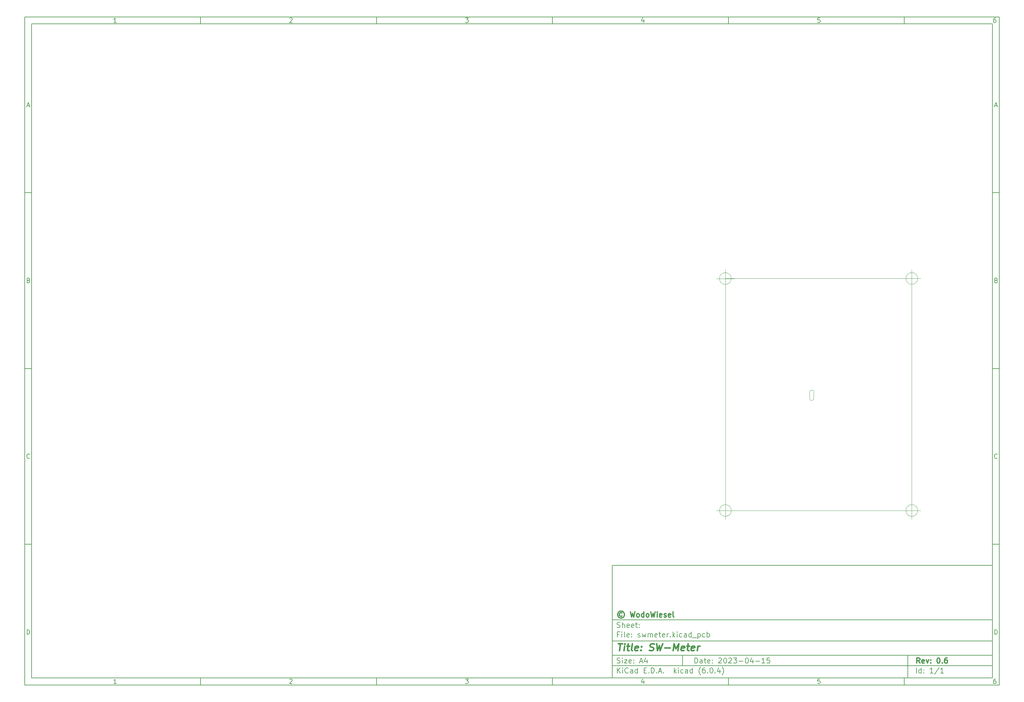
<source format=gbr>
%TF.GenerationSoftware,KiCad,Pcbnew,(6.0.4)*%
%TF.CreationDate,2023-10-13T17:31:40+02:00*%
%TF.ProjectId,swmeter,73776d65-7465-4722-9e6b-696361645f70,0.6*%
%TF.SameCoordinates,PXc773920PY8f69de0*%
%TF.FileFunction,Paste,Bot*%
%TF.FilePolarity,Positive*%
%FSLAX46Y46*%
G04 Gerber Fmt 4.6, Leading zero omitted, Abs format (unit mm)*
G04 Created by KiCad (PCBNEW (6.0.4)) date 2023-10-13 17:31:40*
%MOMM*%
%LPD*%
G01*
G04 APERTURE LIST*
%ADD10C,0.100000*%
%ADD11C,0.150000*%
%ADD12C,0.300000*%
%ADD13C,0.400000*%
%TA.AperFunction,Profile*%
%ADD14C,0.100000*%
%TD*%
G04 APERTURE END LIST*
D10*
D11*
X-32137800Y-15627200D02*
X-32137800Y-47627200D01*
X75862200Y-47627200D01*
X75862200Y-15627200D01*
X-32137800Y-15627200D01*
D10*
D11*
X-199140000Y140380000D02*
X-199140000Y-49627200D01*
X77862200Y-49627200D01*
X77862200Y140380000D01*
X-199140000Y140380000D01*
D10*
D11*
X-197140000Y138380000D02*
X-197140000Y-47627200D01*
X75862200Y-47627200D01*
X75862200Y138380000D01*
X-197140000Y138380000D01*
D10*
D11*
X-149140000Y138380000D02*
X-149140000Y140380000D01*
D10*
D11*
X-99140000Y138380000D02*
X-99140000Y140380000D01*
D10*
D11*
X-49140000Y138380000D02*
X-49140000Y140380000D01*
D10*
D11*
X860000Y138380000D02*
X860000Y140380000D01*
D10*
D11*
X50860000Y138380000D02*
X50860000Y140380000D01*
D10*
D11*
X-173074524Y138791905D02*
X-173817381Y138791905D01*
X-173445953Y138791905D02*
X-173445953Y140091905D01*
X-173569762Y139906191D01*
X-173693572Y139782381D01*
X-173817381Y139720477D01*
D10*
D11*
X-123817381Y139968096D02*
X-123755477Y140030000D01*
X-123631667Y140091905D01*
X-123322143Y140091905D01*
X-123198334Y140030000D01*
X-123136429Y139968096D01*
X-123074524Y139844286D01*
X-123074524Y139720477D01*
X-123136429Y139534762D01*
X-123879286Y138791905D01*
X-123074524Y138791905D01*
D10*
D11*
X-73879286Y140091905D02*
X-73074524Y140091905D01*
X-73507858Y139596667D01*
X-73322143Y139596667D01*
X-73198334Y139534762D01*
X-73136429Y139472858D01*
X-73074524Y139349048D01*
X-73074524Y139039524D01*
X-73136429Y138915715D01*
X-73198334Y138853810D01*
X-73322143Y138791905D01*
X-73693572Y138791905D01*
X-73817381Y138853810D01*
X-73879286Y138915715D01*
D10*
D11*
X-23198334Y139658572D02*
X-23198334Y138791905D01*
X-23507858Y140153810D02*
X-23817381Y139225239D01*
X-23012620Y139225239D01*
D10*
D11*
X26863571Y140091905D02*
X26244523Y140091905D01*
X26182619Y139472858D01*
X26244523Y139534762D01*
X26368333Y139596667D01*
X26677857Y139596667D01*
X26801666Y139534762D01*
X26863571Y139472858D01*
X26925476Y139349048D01*
X26925476Y139039524D01*
X26863571Y138915715D01*
X26801666Y138853810D01*
X26677857Y138791905D01*
X26368333Y138791905D01*
X26244523Y138853810D01*
X26182619Y138915715D01*
D10*
D11*
X76801666Y140091905D02*
X76554047Y140091905D01*
X76430238Y140030000D01*
X76368333Y139968096D01*
X76244523Y139782381D01*
X76182619Y139534762D01*
X76182619Y139039524D01*
X76244523Y138915715D01*
X76306428Y138853810D01*
X76430238Y138791905D01*
X76677857Y138791905D01*
X76801666Y138853810D01*
X76863571Y138915715D01*
X76925476Y139039524D01*
X76925476Y139349048D01*
X76863571Y139472858D01*
X76801666Y139534762D01*
X76677857Y139596667D01*
X76430238Y139596667D01*
X76306428Y139534762D01*
X76244523Y139472858D01*
X76182619Y139349048D01*
D10*
D11*
X-149140000Y-47627200D02*
X-149140000Y-49627200D01*
D10*
D11*
X-99140000Y-47627200D02*
X-99140000Y-49627200D01*
D10*
D11*
X-49140000Y-47627200D02*
X-49140000Y-49627200D01*
D10*
D11*
X860000Y-47627200D02*
X860000Y-49627200D01*
D10*
D11*
X50860000Y-47627200D02*
X50860000Y-49627200D01*
D10*
D11*
X-173074524Y-49215295D02*
X-173817381Y-49215295D01*
X-173445953Y-49215295D02*
X-173445953Y-47915295D01*
X-173569762Y-48101009D01*
X-173693572Y-48224819D01*
X-173817381Y-48286723D01*
D10*
D11*
X-123817381Y-48039104D02*
X-123755477Y-47977200D01*
X-123631667Y-47915295D01*
X-123322143Y-47915295D01*
X-123198334Y-47977200D01*
X-123136429Y-48039104D01*
X-123074524Y-48162914D01*
X-123074524Y-48286723D01*
X-123136429Y-48472438D01*
X-123879286Y-49215295D01*
X-123074524Y-49215295D01*
D10*
D11*
X-73879286Y-47915295D02*
X-73074524Y-47915295D01*
X-73507858Y-48410533D01*
X-73322143Y-48410533D01*
X-73198334Y-48472438D01*
X-73136429Y-48534342D01*
X-73074524Y-48658152D01*
X-73074524Y-48967676D01*
X-73136429Y-49091485D01*
X-73198334Y-49153390D01*
X-73322143Y-49215295D01*
X-73693572Y-49215295D01*
X-73817381Y-49153390D01*
X-73879286Y-49091485D01*
D10*
D11*
X-23198334Y-48348628D02*
X-23198334Y-49215295D01*
X-23507858Y-47853390D02*
X-23817381Y-48781961D01*
X-23012620Y-48781961D01*
D10*
D11*
X26863571Y-47915295D02*
X26244523Y-47915295D01*
X26182619Y-48534342D01*
X26244523Y-48472438D01*
X26368333Y-48410533D01*
X26677857Y-48410533D01*
X26801666Y-48472438D01*
X26863571Y-48534342D01*
X26925476Y-48658152D01*
X26925476Y-48967676D01*
X26863571Y-49091485D01*
X26801666Y-49153390D01*
X26677857Y-49215295D01*
X26368333Y-49215295D01*
X26244523Y-49153390D01*
X26182619Y-49091485D01*
D10*
D11*
X76801666Y-47915295D02*
X76554047Y-47915295D01*
X76430238Y-47977200D01*
X76368333Y-48039104D01*
X76244523Y-48224819D01*
X76182619Y-48472438D01*
X76182619Y-48967676D01*
X76244523Y-49091485D01*
X76306428Y-49153390D01*
X76430238Y-49215295D01*
X76677857Y-49215295D01*
X76801666Y-49153390D01*
X76863571Y-49091485D01*
X76925476Y-48967676D01*
X76925476Y-48658152D01*
X76863571Y-48534342D01*
X76801666Y-48472438D01*
X76677857Y-48410533D01*
X76430238Y-48410533D01*
X76306428Y-48472438D01*
X76244523Y-48534342D01*
X76182619Y-48658152D01*
D10*
D11*
X-199140000Y90380000D02*
X-197140000Y90380000D01*
D10*
D11*
X-199140000Y40380000D02*
X-197140000Y40380000D01*
D10*
D11*
X-199140000Y-9620000D02*
X-197140000Y-9620000D01*
D10*
D11*
X-198449524Y115163334D02*
X-197830477Y115163334D01*
X-198573334Y114791905D02*
X-198140000Y116091905D01*
X-197706667Y114791905D01*
D10*
D11*
X-198047143Y65472858D02*
X-197861429Y65410953D01*
X-197799524Y65349048D01*
X-197737620Y65225239D01*
X-197737620Y65039524D01*
X-197799524Y64915715D01*
X-197861429Y64853810D01*
X-197985239Y64791905D01*
X-198480477Y64791905D01*
X-198480477Y66091905D01*
X-198047143Y66091905D01*
X-197923334Y66030000D01*
X-197861429Y65968096D01*
X-197799524Y65844286D01*
X-197799524Y65720477D01*
X-197861429Y65596667D01*
X-197923334Y65534762D01*
X-198047143Y65472858D01*
X-198480477Y65472858D01*
D10*
D11*
X-197737620Y14915715D02*
X-197799524Y14853810D01*
X-197985239Y14791905D01*
X-198109048Y14791905D01*
X-198294762Y14853810D01*
X-198418572Y14977620D01*
X-198480477Y15101429D01*
X-198542381Y15349048D01*
X-198542381Y15534762D01*
X-198480477Y15782381D01*
X-198418572Y15906191D01*
X-198294762Y16030000D01*
X-198109048Y16091905D01*
X-197985239Y16091905D01*
X-197799524Y16030000D01*
X-197737620Y15968096D01*
D10*
D11*
X-198480477Y-35208095D02*
X-198480477Y-33908095D01*
X-198170953Y-33908095D01*
X-197985239Y-33970000D01*
X-197861429Y-34093809D01*
X-197799524Y-34217619D01*
X-197737620Y-34465238D01*
X-197737620Y-34650952D01*
X-197799524Y-34898571D01*
X-197861429Y-35022380D01*
X-197985239Y-35146190D01*
X-198170953Y-35208095D01*
X-198480477Y-35208095D01*
D10*
D11*
X77862200Y90380000D02*
X75862200Y90380000D01*
D10*
D11*
X77862200Y40380000D02*
X75862200Y40380000D01*
D10*
D11*
X77862200Y-9620000D02*
X75862200Y-9620000D01*
D10*
D11*
X76552676Y115163334D02*
X77171723Y115163334D01*
X76428866Y114791905D02*
X76862200Y116091905D01*
X77295533Y114791905D01*
D10*
D11*
X76955057Y65472858D02*
X77140771Y65410953D01*
X77202676Y65349048D01*
X77264580Y65225239D01*
X77264580Y65039524D01*
X77202676Y64915715D01*
X77140771Y64853810D01*
X77016961Y64791905D01*
X76521723Y64791905D01*
X76521723Y66091905D01*
X76955057Y66091905D01*
X77078866Y66030000D01*
X77140771Y65968096D01*
X77202676Y65844286D01*
X77202676Y65720477D01*
X77140771Y65596667D01*
X77078866Y65534762D01*
X76955057Y65472858D01*
X76521723Y65472858D01*
D10*
D11*
X77264580Y14915715D02*
X77202676Y14853810D01*
X77016961Y14791905D01*
X76893152Y14791905D01*
X76707438Y14853810D01*
X76583628Y14977620D01*
X76521723Y15101429D01*
X76459819Y15349048D01*
X76459819Y15534762D01*
X76521723Y15782381D01*
X76583628Y15906191D01*
X76707438Y16030000D01*
X76893152Y16091905D01*
X77016961Y16091905D01*
X77202676Y16030000D01*
X77264580Y15968096D01*
D10*
D11*
X76521723Y-35208095D02*
X76521723Y-33908095D01*
X76831247Y-33908095D01*
X77016961Y-33970000D01*
X77140771Y-34093809D01*
X77202676Y-34217619D01*
X77264580Y-34465238D01*
X77264580Y-34650952D01*
X77202676Y-34898571D01*
X77140771Y-35022380D01*
X77016961Y-35146190D01*
X76831247Y-35208095D01*
X76521723Y-35208095D01*
D10*
D11*
X-8705658Y-43405771D02*
X-8705658Y-41905771D01*
X-8348515Y-41905771D01*
X-8134229Y-41977200D01*
X-7991372Y-42120057D01*
X-7919943Y-42262914D01*
X-7848515Y-42548628D01*
X-7848515Y-42762914D01*
X-7919943Y-43048628D01*
X-7991372Y-43191485D01*
X-8134229Y-43334342D01*
X-8348515Y-43405771D01*
X-8705658Y-43405771D01*
X-6562800Y-43405771D02*
X-6562800Y-42620057D01*
X-6634229Y-42477200D01*
X-6777086Y-42405771D01*
X-7062800Y-42405771D01*
X-7205658Y-42477200D01*
X-6562800Y-43334342D02*
X-6705658Y-43405771D01*
X-7062800Y-43405771D01*
X-7205658Y-43334342D01*
X-7277086Y-43191485D01*
X-7277086Y-43048628D01*
X-7205658Y-42905771D01*
X-7062800Y-42834342D01*
X-6705658Y-42834342D01*
X-6562800Y-42762914D01*
X-6062800Y-42405771D02*
X-5491372Y-42405771D01*
X-5848515Y-41905771D02*
X-5848515Y-43191485D01*
X-5777086Y-43334342D01*
X-5634229Y-43405771D01*
X-5491372Y-43405771D01*
X-4419943Y-43334342D02*
X-4562800Y-43405771D01*
X-4848515Y-43405771D01*
X-4991372Y-43334342D01*
X-5062800Y-43191485D01*
X-5062800Y-42620057D01*
X-4991372Y-42477200D01*
X-4848515Y-42405771D01*
X-4562800Y-42405771D01*
X-4419943Y-42477200D01*
X-4348515Y-42620057D01*
X-4348515Y-42762914D01*
X-5062800Y-42905771D01*
X-3705658Y-43262914D02*
X-3634229Y-43334342D01*
X-3705658Y-43405771D01*
X-3777086Y-43334342D01*
X-3705658Y-43262914D01*
X-3705658Y-43405771D01*
X-3705658Y-42477200D02*
X-3634229Y-42548628D01*
X-3705658Y-42620057D01*
X-3777086Y-42548628D01*
X-3705658Y-42477200D01*
X-3705658Y-42620057D01*
X-1919943Y-42048628D02*
X-1848515Y-41977200D01*
X-1705658Y-41905771D01*
X-1348515Y-41905771D01*
X-1205658Y-41977200D01*
X-1134229Y-42048628D01*
X-1062800Y-42191485D01*
X-1062800Y-42334342D01*
X-1134229Y-42548628D01*
X-1991372Y-43405771D01*
X-1062800Y-43405771D01*
X-134229Y-41905771D02*
X8628Y-41905771D01*
X151485Y-41977200D01*
X222914Y-42048628D01*
X294342Y-42191485D01*
X365771Y-42477200D01*
X365771Y-42834342D01*
X294342Y-43120057D01*
X222914Y-43262914D01*
X151485Y-43334342D01*
X8628Y-43405771D01*
X-134229Y-43405771D01*
X-277086Y-43334342D01*
X-348515Y-43262914D01*
X-419943Y-43120057D01*
X-491372Y-42834342D01*
X-491372Y-42477200D01*
X-419943Y-42191485D01*
X-348515Y-42048628D01*
X-277086Y-41977200D01*
X-134229Y-41905771D01*
X937200Y-42048628D02*
X1008628Y-41977200D01*
X1151485Y-41905771D01*
X1508628Y-41905771D01*
X1651485Y-41977200D01*
X1722914Y-42048628D01*
X1794342Y-42191485D01*
X1794342Y-42334342D01*
X1722914Y-42548628D01*
X865771Y-43405771D01*
X1794342Y-43405771D01*
X2294342Y-41905771D02*
X3222914Y-41905771D01*
X2722914Y-42477200D01*
X2937200Y-42477200D01*
X3080057Y-42548628D01*
X3151485Y-42620057D01*
X3222914Y-42762914D01*
X3222914Y-43120057D01*
X3151485Y-43262914D01*
X3080057Y-43334342D01*
X2937200Y-43405771D01*
X2508628Y-43405771D01*
X2365771Y-43334342D01*
X2294342Y-43262914D01*
X3865771Y-42834342D02*
X5008628Y-42834342D01*
X6008628Y-41905771D02*
X6151485Y-41905771D01*
X6294342Y-41977200D01*
X6365771Y-42048628D01*
X6437200Y-42191485D01*
X6508628Y-42477200D01*
X6508628Y-42834342D01*
X6437200Y-43120057D01*
X6365771Y-43262914D01*
X6294342Y-43334342D01*
X6151485Y-43405771D01*
X6008628Y-43405771D01*
X5865771Y-43334342D01*
X5794342Y-43262914D01*
X5722914Y-43120057D01*
X5651485Y-42834342D01*
X5651485Y-42477200D01*
X5722914Y-42191485D01*
X5794342Y-42048628D01*
X5865771Y-41977200D01*
X6008628Y-41905771D01*
X7794342Y-42405771D02*
X7794342Y-43405771D01*
X7437200Y-41834342D02*
X7080057Y-42905771D01*
X8008628Y-42905771D01*
X8580057Y-42834342D02*
X9722914Y-42834342D01*
X11222914Y-43405771D02*
X10365771Y-43405771D01*
X10794342Y-43405771D02*
X10794342Y-41905771D01*
X10651485Y-42120057D01*
X10508628Y-42262914D01*
X10365771Y-42334342D01*
X12580057Y-41905771D02*
X11865771Y-41905771D01*
X11794342Y-42620057D01*
X11865771Y-42548628D01*
X12008628Y-42477200D01*
X12365771Y-42477200D01*
X12508628Y-42548628D01*
X12580057Y-42620057D01*
X12651485Y-42762914D01*
X12651485Y-43120057D01*
X12580057Y-43262914D01*
X12508628Y-43334342D01*
X12365771Y-43405771D01*
X12008628Y-43405771D01*
X11865771Y-43334342D01*
X11794342Y-43262914D01*
D10*
D11*
X-32137800Y-44127200D02*
X75862200Y-44127200D01*
D10*
D11*
X-30705658Y-46205771D02*
X-30705658Y-44705771D01*
X-29848515Y-46205771D02*
X-30491372Y-45348628D01*
X-29848515Y-44705771D02*
X-30705658Y-45562914D01*
X-29205658Y-46205771D02*
X-29205658Y-45205771D01*
X-29205658Y-44705771D02*
X-29277086Y-44777200D01*
X-29205658Y-44848628D01*
X-29134229Y-44777200D01*
X-29205658Y-44705771D01*
X-29205658Y-44848628D01*
X-27634229Y-46062914D02*
X-27705658Y-46134342D01*
X-27919943Y-46205771D01*
X-28062800Y-46205771D01*
X-28277086Y-46134342D01*
X-28419943Y-45991485D01*
X-28491372Y-45848628D01*
X-28562800Y-45562914D01*
X-28562800Y-45348628D01*
X-28491372Y-45062914D01*
X-28419943Y-44920057D01*
X-28277086Y-44777200D01*
X-28062800Y-44705771D01*
X-27919943Y-44705771D01*
X-27705658Y-44777200D01*
X-27634229Y-44848628D01*
X-26348515Y-46205771D02*
X-26348515Y-45420057D01*
X-26419943Y-45277200D01*
X-26562800Y-45205771D01*
X-26848515Y-45205771D01*
X-26991372Y-45277200D01*
X-26348515Y-46134342D02*
X-26491372Y-46205771D01*
X-26848515Y-46205771D01*
X-26991372Y-46134342D01*
X-27062800Y-45991485D01*
X-27062800Y-45848628D01*
X-26991372Y-45705771D01*
X-26848515Y-45634342D01*
X-26491372Y-45634342D01*
X-26348515Y-45562914D01*
X-24991372Y-46205771D02*
X-24991372Y-44705771D01*
X-24991372Y-46134342D02*
X-25134229Y-46205771D01*
X-25419943Y-46205771D01*
X-25562800Y-46134342D01*
X-25634229Y-46062914D01*
X-25705658Y-45920057D01*
X-25705658Y-45491485D01*
X-25634229Y-45348628D01*
X-25562800Y-45277200D01*
X-25419943Y-45205771D01*
X-25134229Y-45205771D01*
X-24991372Y-45277200D01*
X-23134229Y-45420057D02*
X-22634229Y-45420057D01*
X-22419943Y-46205771D02*
X-23134229Y-46205771D01*
X-23134229Y-44705771D01*
X-22419943Y-44705771D01*
X-21777086Y-46062914D02*
X-21705658Y-46134342D01*
X-21777086Y-46205771D01*
X-21848515Y-46134342D01*
X-21777086Y-46062914D01*
X-21777086Y-46205771D01*
X-21062800Y-46205771D02*
X-21062800Y-44705771D01*
X-20705658Y-44705771D01*
X-20491372Y-44777200D01*
X-20348515Y-44920057D01*
X-20277086Y-45062914D01*
X-20205658Y-45348628D01*
X-20205658Y-45562914D01*
X-20277086Y-45848628D01*
X-20348515Y-45991485D01*
X-20491372Y-46134342D01*
X-20705658Y-46205771D01*
X-21062800Y-46205771D01*
X-19562800Y-46062914D02*
X-19491372Y-46134342D01*
X-19562800Y-46205771D01*
X-19634229Y-46134342D01*
X-19562800Y-46062914D01*
X-19562800Y-46205771D01*
X-18919943Y-45777200D02*
X-18205658Y-45777200D01*
X-19062800Y-46205771D02*
X-18562800Y-44705771D01*
X-18062800Y-46205771D01*
X-17562800Y-46062914D02*
X-17491372Y-46134342D01*
X-17562800Y-46205771D01*
X-17634229Y-46134342D01*
X-17562800Y-46062914D01*
X-17562800Y-46205771D01*
X-14562800Y-46205771D02*
X-14562800Y-44705771D01*
X-14419943Y-45634342D02*
X-13991372Y-46205771D01*
X-13991372Y-45205771D02*
X-14562800Y-45777200D01*
X-13348515Y-46205771D02*
X-13348515Y-45205771D01*
X-13348515Y-44705771D02*
X-13419943Y-44777200D01*
X-13348515Y-44848628D01*
X-13277086Y-44777200D01*
X-13348515Y-44705771D01*
X-13348515Y-44848628D01*
X-11991372Y-46134342D02*
X-12134229Y-46205771D01*
X-12419943Y-46205771D01*
X-12562800Y-46134342D01*
X-12634229Y-46062914D01*
X-12705658Y-45920057D01*
X-12705658Y-45491485D01*
X-12634229Y-45348628D01*
X-12562800Y-45277200D01*
X-12419943Y-45205771D01*
X-12134229Y-45205771D01*
X-11991372Y-45277200D01*
X-10705658Y-46205771D02*
X-10705658Y-45420057D01*
X-10777086Y-45277200D01*
X-10919943Y-45205771D01*
X-11205658Y-45205771D01*
X-11348515Y-45277200D01*
X-10705658Y-46134342D02*
X-10848515Y-46205771D01*
X-11205658Y-46205771D01*
X-11348515Y-46134342D01*
X-11419943Y-45991485D01*
X-11419943Y-45848628D01*
X-11348515Y-45705771D01*
X-11205658Y-45634342D01*
X-10848515Y-45634342D01*
X-10705658Y-45562914D01*
X-9348515Y-46205771D02*
X-9348515Y-44705771D01*
X-9348515Y-46134342D02*
X-9491372Y-46205771D01*
X-9777086Y-46205771D01*
X-9919943Y-46134342D01*
X-9991372Y-46062914D01*
X-10062800Y-45920057D01*
X-10062800Y-45491485D01*
X-9991372Y-45348628D01*
X-9919943Y-45277200D01*
X-9777086Y-45205771D01*
X-9491372Y-45205771D01*
X-9348515Y-45277200D01*
X-7062800Y-46777200D02*
X-7134229Y-46705771D01*
X-7277086Y-46491485D01*
X-7348515Y-46348628D01*
X-7419943Y-46134342D01*
X-7491372Y-45777200D01*
X-7491372Y-45491485D01*
X-7419943Y-45134342D01*
X-7348515Y-44920057D01*
X-7277086Y-44777200D01*
X-7134229Y-44562914D01*
X-7062800Y-44491485D01*
X-5848515Y-44705771D02*
X-6134229Y-44705771D01*
X-6277086Y-44777200D01*
X-6348515Y-44848628D01*
X-6491372Y-45062914D01*
X-6562800Y-45348628D01*
X-6562800Y-45920057D01*
X-6491372Y-46062914D01*
X-6419943Y-46134342D01*
X-6277086Y-46205771D01*
X-5991372Y-46205771D01*
X-5848515Y-46134342D01*
X-5777086Y-46062914D01*
X-5705658Y-45920057D01*
X-5705658Y-45562914D01*
X-5777086Y-45420057D01*
X-5848515Y-45348628D01*
X-5991372Y-45277200D01*
X-6277086Y-45277200D01*
X-6419943Y-45348628D01*
X-6491372Y-45420057D01*
X-6562800Y-45562914D01*
X-5062800Y-46062914D02*
X-4991372Y-46134342D01*
X-5062800Y-46205771D01*
X-5134229Y-46134342D01*
X-5062800Y-46062914D01*
X-5062800Y-46205771D01*
X-4062800Y-44705771D02*
X-3919943Y-44705771D01*
X-3777086Y-44777200D01*
X-3705658Y-44848628D01*
X-3634229Y-44991485D01*
X-3562800Y-45277200D01*
X-3562800Y-45634342D01*
X-3634229Y-45920057D01*
X-3705658Y-46062914D01*
X-3777086Y-46134342D01*
X-3919943Y-46205771D01*
X-4062800Y-46205771D01*
X-4205658Y-46134342D01*
X-4277086Y-46062914D01*
X-4348515Y-45920057D01*
X-4419943Y-45634342D01*
X-4419943Y-45277200D01*
X-4348515Y-44991485D01*
X-4277086Y-44848628D01*
X-4205658Y-44777200D01*
X-4062800Y-44705771D01*
X-2919943Y-46062914D02*
X-2848515Y-46134342D01*
X-2919943Y-46205771D01*
X-2991372Y-46134342D01*
X-2919943Y-46062914D01*
X-2919943Y-46205771D01*
X-1562800Y-45205771D02*
X-1562800Y-46205771D01*
X-1919943Y-44634342D02*
X-2277086Y-45705771D01*
X-1348515Y-45705771D01*
X-919943Y-46777200D02*
X-848515Y-46705771D01*
X-705658Y-46491485D01*
X-634229Y-46348628D01*
X-562800Y-46134342D01*
X-491372Y-45777200D01*
X-491372Y-45491485D01*
X-562800Y-45134342D01*
X-634229Y-44920057D01*
X-705658Y-44777200D01*
X-848515Y-44562914D01*
X-919943Y-44491485D01*
D10*
D11*
X-32137800Y-41127200D02*
X75862200Y-41127200D01*
D10*
D12*
X55271485Y-43405771D02*
X54771485Y-42691485D01*
X54414342Y-43405771D02*
X54414342Y-41905771D01*
X54985771Y-41905771D01*
X55128628Y-41977200D01*
X55200057Y-42048628D01*
X55271485Y-42191485D01*
X55271485Y-42405771D01*
X55200057Y-42548628D01*
X55128628Y-42620057D01*
X54985771Y-42691485D01*
X54414342Y-42691485D01*
X56485771Y-43334342D02*
X56342914Y-43405771D01*
X56057200Y-43405771D01*
X55914342Y-43334342D01*
X55842914Y-43191485D01*
X55842914Y-42620057D01*
X55914342Y-42477200D01*
X56057200Y-42405771D01*
X56342914Y-42405771D01*
X56485771Y-42477200D01*
X56557200Y-42620057D01*
X56557200Y-42762914D01*
X55842914Y-42905771D01*
X57057200Y-42405771D02*
X57414342Y-43405771D01*
X57771485Y-42405771D01*
X58342914Y-43262914D02*
X58414342Y-43334342D01*
X58342914Y-43405771D01*
X58271485Y-43334342D01*
X58342914Y-43262914D01*
X58342914Y-43405771D01*
X58342914Y-42477200D02*
X58414342Y-42548628D01*
X58342914Y-42620057D01*
X58271485Y-42548628D01*
X58342914Y-42477200D01*
X58342914Y-42620057D01*
X60485771Y-41905771D02*
X60628628Y-41905771D01*
X60771485Y-41977200D01*
X60842914Y-42048628D01*
X60914342Y-42191485D01*
X60985771Y-42477200D01*
X60985771Y-42834342D01*
X60914342Y-43120057D01*
X60842914Y-43262914D01*
X60771485Y-43334342D01*
X60628628Y-43405771D01*
X60485771Y-43405771D01*
X60342914Y-43334342D01*
X60271485Y-43262914D01*
X60200057Y-43120057D01*
X60128628Y-42834342D01*
X60128628Y-42477200D01*
X60200057Y-42191485D01*
X60271485Y-42048628D01*
X60342914Y-41977200D01*
X60485771Y-41905771D01*
X61628628Y-43262914D02*
X61700057Y-43334342D01*
X61628628Y-43405771D01*
X61557200Y-43334342D01*
X61628628Y-43262914D01*
X61628628Y-43405771D01*
X62985771Y-41905771D02*
X62700057Y-41905771D01*
X62557200Y-41977200D01*
X62485771Y-42048628D01*
X62342914Y-42262914D01*
X62271485Y-42548628D01*
X62271485Y-43120057D01*
X62342914Y-43262914D01*
X62414342Y-43334342D01*
X62557200Y-43405771D01*
X62842914Y-43405771D01*
X62985771Y-43334342D01*
X63057200Y-43262914D01*
X63128628Y-43120057D01*
X63128628Y-42762914D01*
X63057200Y-42620057D01*
X62985771Y-42548628D01*
X62842914Y-42477200D01*
X62557200Y-42477200D01*
X62414342Y-42548628D01*
X62342914Y-42620057D01*
X62271485Y-42762914D01*
D10*
D11*
X-30777086Y-43334342D02*
X-30562800Y-43405771D01*
X-30205658Y-43405771D01*
X-30062800Y-43334342D01*
X-29991372Y-43262914D01*
X-29919943Y-43120057D01*
X-29919943Y-42977200D01*
X-29991372Y-42834342D01*
X-30062800Y-42762914D01*
X-30205658Y-42691485D01*
X-30491372Y-42620057D01*
X-30634229Y-42548628D01*
X-30705658Y-42477200D01*
X-30777086Y-42334342D01*
X-30777086Y-42191485D01*
X-30705658Y-42048628D01*
X-30634229Y-41977200D01*
X-30491372Y-41905771D01*
X-30134229Y-41905771D01*
X-29919943Y-41977200D01*
X-29277086Y-43405771D02*
X-29277086Y-42405771D01*
X-29277086Y-41905771D02*
X-29348515Y-41977200D01*
X-29277086Y-42048628D01*
X-29205658Y-41977200D01*
X-29277086Y-41905771D01*
X-29277086Y-42048628D01*
X-28705658Y-42405771D02*
X-27919943Y-42405771D01*
X-28705658Y-43405771D01*
X-27919943Y-43405771D01*
X-26777086Y-43334342D02*
X-26919943Y-43405771D01*
X-27205658Y-43405771D01*
X-27348515Y-43334342D01*
X-27419943Y-43191485D01*
X-27419943Y-42620057D01*
X-27348515Y-42477200D01*
X-27205658Y-42405771D01*
X-26919943Y-42405771D01*
X-26777086Y-42477200D01*
X-26705658Y-42620057D01*
X-26705658Y-42762914D01*
X-27419943Y-42905771D01*
X-26062800Y-43262914D02*
X-25991372Y-43334342D01*
X-26062800Y-43405771D01*
X-26134229Y-43334342D01*
X-26062800Y-43262914D01*
X-26062800Y-43405771D01*
X-26062800Y-42477200D02*
X-25991372Y-42548628D01*
X-26062800Y-42620057D01*
X-26134229Y-42548628D01*
X-26062800Y-42477200D01*
X-26062800Y-42620057D01*
X-24277086Y-42977200D02*
X-23562800Y-42977200D01*
X-24419943Y-43405771D02*
X-23919943Y-41905771D01*
X-23419943Y-43405771D01*
X-22277086Y-42405771D02*
X-22277086Y-43405771D01*
X-22634229Y-41834342D02*
X-22991372Y-42905771D01*
X-22062800Y-42905771D01*
D10*
D11*
X54294342Y-46205771D02*
X54294342Y-44705771D01*
X55651485Y-46205771D02*
X55651485Y-44705771D01*
X55651485Y-46134342D02*
X55508628Y-46205771D01*
X55222914Y-46205771D01*
X55080057Y-46134342D01*
X55008628Y-46062914D01*
X54937200Y-45920057D01*
X54937200Y-45491485D01*
X55008628Y-45348628D01*
X55080057Y-45277200D01*
X55222914Y-45205771D01*
X55508628Y-45205771D01*
X55651485Y-45277200D01*
X56365771Y-46062914D02*
X56437200Y-46134342D01*
X56365771Y-46205771D01*
X56294342Y-46134342D01*
X56365771Y-46062914D01*
X56365771Y-46205771D01*
X56365771Y-45277200D02*
X56437200Y-45348628D01*
X56365771Y-45420057D01*
X56294342Y-45348628D01*
X56365771Y-45277200D01*
X56365771Y-45420057D01*
X59008628Y-46205771D02*
X58151485Y-46205771D01*
X58580057Y-46205771D02*
X58580057Y-44705771D01*
X58437200Y-44920057D01*
X58294342Y-45062914D01*
X58151485Y-45134342D01*
X60722914Y-44634342D02*
X59437200Y-46562914D01*
X62008628Y-46205771D02*
X61151485Y-46205771D01*
X61580057Y-46205771D02*
X61580057Y-44705771D01*
X61437200Y-44920057D01*
X61294342Y-45062914D01*
X61151485Y-45134342D01*
D10*
D11*
X-32137800Y-37127200D02*
X75862200Y-37127200D01*
D10*
D13*
X-30425420Y-37831961D02*
X-29282562Y-37831961D01*
X-30103991Y-39831961D02*
X-29853991Y-37831961D01*
X-28865896Y-39831961D02*
X-28699229Y-38498628D01*
X-28615896Y-37831961D02*
X-28723039Y-37927200D01*
X-28639705Y-38022438D01*
X-28532562Y-37927200D01*
X-28615896Y-37831961D01*
X-28639705Y-38022438D01*
X-28032562Y-38498628D02*
X-27270658Y-38498628D01*
X-27663515Y-37831961D02*
X-27877800Y-39546247D01*
X-27806372Y-39736723D01*
X-27627800Y-39831961D01*
X-27437324Y-39831961D01*
X-26484943Y-39831961D02*
X-26663515Y-39736723D01*
X-26734943Y-39546247D01*
X-26520658Y-37831961D01*
X-24949229Y-39736723D02*
X-25151610Y-39831961D01*
X-25532562Y-39831961D01*
X-25711134Y-39736723D01*
X-25782562Y-39546247D01*
X-25687324Y-38784342D01*
X-25568277Y-38593866D01*
X-25365896Y-38498628D01*
X-24984943Y-38498628D01*
X-24806372Y-38593866D01*
X-24734943Y-38784342D01*
X-24758753Y-38974819D01*
X-25734943Y-39165295D01*
X-23984943Y-39641485D02*
X-23901610Y-39736723D01*
X-24008753Y-39831961D01*
X-24092086Y-39736723D01*
X-23984943Y-39641485D01*
X-24008753Y-39831961D01*
X-23853991Y-38593866D02*
X-23770658Y-38689104D01*
X-23877800Y-38784342D01*
X-23961134Y-38689104D01*
X-23853991Y-38593866D01*
X-23877800Y-38784342D01*
X-21615896Y-39736723D02*
X-21342086Y-39831961D01*
X-20865896Y-39831961D01*
X-20663515Y-39736723D01*
X-20556372Y-39641485D01*
X-20437324Y-39451009D01*
X-20413515Y-39260533D01*
X-20484943Y-39070057D01*
X-20568277Y-38974819D01*
X-20746848Y-38879580D01*
X-21115896Y-38784342D01*
X-21294467Y-38689104D01*
X-21377800Y-38593866D01*
X-21449229Y-38403390D01*
X-21425420Y-38212914D01*
X-21306372Y-38022438D01*
X-21199229Y-37927200D01*
X-20996848Y-37831961D01*
X-20520658Y-37831961D01*
X-20246848Y-37927200D01*
X-19568277Y-37831961D02*
X-19342086Y-39831961D01*
X-18782562Y-38403390D01*
X-18580181Y-39831961D01*
X-17853991Y-37831961D01*
X-17246848Y-39070057D02*
X-15723039Y-39070057D01*
X-14865896Y-39831961D02*
X-14615896Y-37831961D01*
X-14127800Y-39260533D01*
X-13282562Y-37831961D01*
X-13532562Y-39831961D01*
X-11806372Y-39736723D02*
X-12008753Y-39831961D01*
X-12389705Y-39831961D01*
X-12568277Y-39736723D01*
X-12639705Y-39546247D01*
X-12544467Y-38784342D01*
X-12425420Y-38593866D01*
X-12223039Y-38498628D01*
X-11842086Y-38498628D01*
X-11663515Y-38593866D01*
X-11592086Y-38784342D01*
X-11615896Y-38974819D01*
X-12592086Y-39165295D01*
X-10984943Y-38498628D02*
X-10223039Y-38498628D01*
X-10615896Y-37831961D02*
X-10830181Y-39546247D01*
X-10758753Y-39736723D01*
X-10580181Y-39831961D01*
X-10389705Y-39831961D01*
X-8949229Y-39736723D02*
X-9151610Y-39831961D01*
X-9532562Y-39831961D01*
X-9711134Y-39736723D01*
X-9782562Y-39546247D01*
X-9687324Y-38784342D01*
X-9568277Y-38593866D01*
X-9365896Y-38498628D01*
X-8984943Y-38498628D01*
X-8806372Y-38593866D01*
X-8734943Y-38784342D01*
X-8758753Y-38974819D01*
X-9734943Y-39165295D01*
X-8008753Y-39831961D02*
X-7842086Y-38498628D01*
X-7889705Y-38879580D02*
X-7770658Y-38689104D01*
X-7663515Y-38593866D01*
X-7461134Y-38498628D01*
X-7270658Y-38498628D01*
D10*
D11*
X-30205658Y-35220057D02*
X-30705658Y-35220057D01*
X-30705658Y-36005771D02*
X-30705658Y-34505771D01*
X-29991372Y-34505771D01*
X-29419943Y-36005771D02*
X-29419943Y-35005771D01*
X-29419943Y-34505771D02*
X-29491372Y-34577200D01*
X-29419943Y-34648628D01*
X-29348515Y-34577200D01*
X-29419943Y-34505771D01*
X-29419943Y-34648628D01*
X-28491372Y-36005771D02*
X-28634229Y-35934342D01*
X-28705658Y-35791485D01*
X-28705658Y-34505771D01*
X-27348515Y-35934342D02*
X-27491372Y-36005771D01*
X-27777086Y-36005771D01*
X-27919943Y-35934342D01*
X-27991372Y-35791485D01*
X-27991372Y-35220057D01*
X-27919943Y-35077200D01*
X-27777086Y-35005771D01*
X-27491372Y-35005771D01*
X-27348515Y-35077200D01*
X-27277086Y-35220057D01*
X-27277086Y-35362914D01*
X-27991372Y-35505771D01*
X-26634229Y-35862914D02*
X-26562800Y-35934342D01*
X-26634229Y-36005771D01*
X-26705658Y-35934342D01*
X-26634229Y-35862914D01*
X-26634229Y-36005771D01*
X-26634229Y-35077200D02*
X-26562800Y-35148628D01*
X-26634229Y-35220057D01*
X-26705658Y-35148628D01*
X-26634229Y-35077200D01*
X-26634229Y-35220057D01*
X-24848515Y-35934342D02*
X-24705658Y-36005771D01*
X-24419943Y-36005771D01*
X-24277086Y-35934342D01*
X-24205658Y-35791485D01*
X-24205658Y-35720057D01*
X-24277086Y-35577200D01*
X-24419943Y-35505771D01*
X-24634229Y-35505771D01*
X-24777086Y-35434342D01*
X-24848515Y-35291485D01*
X-24848515Y-35220057D01*
X-24777086Y-35077200D01*
X-24634229Y-35005771D01*
X-24419943Y-35005771D01*
X-24277086Y-35077200D01*
X-23705658Y-35005771D02*
X-23419943Y-36005771D01*
X-23134229Y-35291485D01*
X-22848515Y-36005771D01*
X-22562800Y-35005771D01*
X-21991372Y-36005771D02*
X-21991372Y-35005771D01*
X-21991372Y-35148628D02*
X-21919943Y-35077200D01*
X-21777086Y-35005771D01*
X-21562800Y-35005771D01*
X-21419943Y-35077200D01*
X-21348515Y-35220057D01*
X-21348515Y-36005771D01*
X-21348515Y-35220057D02*
X-21277086Y-35077200D01*
X-21134229Y-35005771D01*
X-20919943Y-35005771D01*
X-20777086Y-35077200D01*
X-20705658Y-35220057D01*
X-20705658Y-36005771D01*
X-19419943Y-35934342D02*
X-19562800Y-36005771D01*
X-19848515Y-36005771D01*
X-19991372Y-35934342D01*
X-20062800Y-35791485D01*
X-20062800Y-35220057D01*
X-19991372Y-35077200D01*
X-19848515Y-35005771D01*
X-19562800Y-35005771D01*
X-19419943Y-35077200D01*
X-19348515Y-35220057D01*
X-19348515Y-35362914D01*
X-20062800Y-35505771D01*
X-18919943Y-35005771D02*
X-18348515Y-35005771D01*
X-18705658Y-34505771D02*
X-18705658Y-35791485D01*
X-18634229Y-35934342D01*
X-18491372Y-36005771D01*
X-18348515Y-36005771D01*
X-17277086Y-35934342D02*
X-17419943Y-36005771D01*
X-17705658Y-36005771D01*
X-17848515Y-35934342D01*
X-17919943Y-35791485D01*
X-17919943Y-35220057D01*
X-17848515Y-35077200D01*
X-17705658Y-35005771D01*
X-17419943Y-35005771D01*
X-17277086Y-35077200D01*
X-17205658Y-35220057D01*
X-17205658Y-35362914D01*
X-17919943Y-35505771D01*
X-16562800Y-36005771D02*
X-16562800Y-35005771D01*
X-16562800Y-35291485D02*
X-16491372Y-35148628D01*
X-16419943Y-35077200D01*
X-16277086Y-35005771D01*
X-16134229Y-35005771D01*
X-15634229Y-35862914D02*
X-15562800Y-35934342D01*
X-15634229Y-36005771D01*
X-15705658Y-35934342D01*
X-15634229Y-35862914D01*
X-15634229Y-36005771D01*
X-14919943Y-36005771D02*
X-14919943Y-34505771D01*
X-14777086Y-35434342D02*
X-14348515Y-36005771D01*
X-14348515Y-35005771D02*
X-14919943Y-35577200D01*
X-13705658Y-36005771D02*
X-13705658Y-35005771D01*
X-13705658Y-34505771D02*
X-13777086Y-34577200D01*
X-13705658Y-34648628D01*
X-13634229Y-34577200D01*
X-13705658Y-34505771D01*
X-13705658Y-34648628D01*
X-12348515Y-35934342D02*
X-12491372Y-36005771D01*
X-12777086Y-36005771D01*
X-12919943Y-35934342D01*
X-12991372Y-35862914D01*
X-13062800Y-35720057D01*
X-13062800Y-35291485D01*
X-12991372Y-35148628D01*
X-12919943Y-35077200D01*
X-12777086Y-35005771D01*
X-12491372Y-35005771D01*
X-12348515Y-35077200D01*
X-11062800Y-36005771D02*
X-11062800Y-35220057D01*
X-11134229Y-35077200D01*
X-11277086Y-35005771D01*
X-11562800Y-35005771D01*
X-11705658Y-35077200D01*
X-11062800Y-35934342D02*
X-11205658Y-36005771D01*
X-11562800Y-36005771D01*
X-11705658Y-35934342D01*
X-11777086Y-35791485D01*
X-11777086Y-35648628D01*
X-11705658Y-35505771D01*
X-11562800Y-35434342D01*
X-11205658Y-35434342D01*
X-11062800Y-35362914D01*
X-9705658Y-36005771D02*
X-9705658Y-34505771D01*
X-9705658Y-35934342D02*
X-9848515Y-36005771D01*
X-10134229Y-36005771D01*
X-10277086Y-35934342D01*
X-10348515Y-35862914D01*
X-10419943Y-35720057D01*
X-10419943Y-35291485D01*
X-10348515Y-35148628D01*
X-10277086Y-35077200D01*
X-10134229Y-35005771D01*
X-9848515Y-35005771D01*
X-9705658Y-35077200D01*
X-9348515Y-36148628D02*
X-8205658Y-36148628D01*
X-7848515Y-35005771D02*
X-7848515Y-36505771D01*
X-7848515Y-35077200D02*
X-7705658Y-35005771D01*
X-7419943Y-35005771D01*
X-7277086Y-35077200D01*
X-7205658Y-35148628D01*
X-7134229Y-35291485D01*
X-7134229Y-35720057D01*
X-7205658Y-35862914D01*
X-7277086Y-35934342D01*
X-7419943Y-36005771D01*
X-7705658Y-36005771D01*
X-7848515Y-35934342D01*
X-5848515Y-35934342D02*
X-5991372Y-36005771D01*
X-6277086Y-36005771D01*
X-6419943Y-35934342D01*
X-6491372Y-35862914D01*
X-6562800Y-35720057D01*
X-6562800Y-35291485D01*
X-6491372Y-35148628D01*
X-6419943Y-35077200D01*
X-6277086Y-35005771D01*
X-5991372Y-35005771D01*
X-5848515Y-35077200D01*
X-5205658Y-36005771D02*
X-5205658Y-34505771D01*
X-5205658Y-35077200D02*
X-5062800Y-35005771D01*
X-4777086Y-35005771D01*
X-4634229Y-35077200D01*
X-4562800Y-35148628D01*
X-4491372Y-35291485D01*
X-4491372Y-35720057D01*
X-4562800Y-35862914D01*
X-4634229Y-35934342D01*
X-4777086Y-36005771D01*
X-5062800Y-36005771D01*
X-5205658Y-35934342D01*
D10*
D11*
X-32137800Y-31127200D02*
X75862200Y-31127200D01*
D10*
D11*
X-30777086Y-33234342D02*
X-30562800Y-33305771D01*
X-30205658Y-33305771D01*
X-30062800Y-33234342D01*
X-29991372Y-33162914D01*
X-29919943Y-33020057D01*
X-29919943Y-32877200D01*
X-29991372Y-32734342D01*
X-30062800Y-32662914D01*
X-30205658Y-32591485D01*
X-30491372Y-32520057D01*
X-30634229Y-32448628D01*
X-30705658Y-32377200D01*
X-30777086Y-32234342D01*
X-30777086Y-32091485D01*
X-30705658Y-31948628D01*
X-30634229Y-31877200D01*
X-30491372Y-31805771D01*
X-30134229Y-31805771D01*
X-29919943Y-31877200D01*
X-29277086Y-33305771D02*
X-29277086Y-31805771D01*
X-28634229Y-33305771D02*
X-28634229Y-32520057D01*
X-28705658Y-32377200D01*
X-28848515Y-32305771D01*
X-29062800Y-32305771D01*
X-29205658Y-32377200D01*
X-29277086Y-32448628D01*
X-27348515Y-33234342D02*
X-27491372Y-33305771D01*
X-27777086Y-33305771D01*
X-27919943Y-33234342D01*
X-27991372Y-33091485D01*
X-27991372Y-32520057D01*
X-27919943Y-32377200D01*
X-27777086Y-32305771D01*
X-27491372Y-32305771D01*
X-27348515Y-32377200D01*
X-27277086Y-32520057D01*
X-27277086Y-32662914D01*
X-27991372Y-32805771D01*
X-26062800Y-33234342D02*
X-26205658Y-33305771D01*
X-26491372Y-33305771D01*
X-26634229Y-33234342D01*
X-26705658Y-33091485D01*
X-26705658Y-32520057D01*
X-26634229Y-32377200D01*
X-26491372Y-32305771D01*
X-26205658Y-32305771D01*
X-26062800Y-32377200D01*
X-25991372Y-32520057D01*
X-25991372Y-32662914D01*
X-26705658Y-32805771D01*
X-25562800Y-32305771D02*
X-24991372Y-32305771D01*
X-25348515Y-31805771D02*
X-25348515Y-33091485D01*
X-25277086Y-33234342D01*
X-25134229Y-33305771D01*
X-24991372Y-33305771D01*
X-24491372Y-33162914D02*
X-24419943Y-33234342D01*
X-24491372Y-33305771D01*
X-24562800Y-33234342D01*
X-24491372Y-33162914D01*
X-24491372Y-33305771D01*
X-24491372Y-32377200D02*
X-24419943Y-32448628D01*
X-24491372Y-32520057D01*
X-24562800Y-32448628D01*
X-24491372Y-32377200D01*
X-24491372Y-32520057D01*
D10*
D12*
X-29371372Y-29162914D02*
X-29514229Y-29091485D01*
X-29799943Y-29091485D01*
X-29942800Y-29162914D01*
X-30085658Y-29305771D01*
X-30157086Y-29448628D01*
X-30157086Y-29734342D01*
X-30085658Y-29877200D01*
X-29942800Y-30020057D01*
X-29799943Y-30091485D01*
X-29514229Y-30091485D01*
X-29371372Y-30020057D01*
X-29657086Y-28591485D02*
X-30014229Y-28662914D01*
X-30371372Y-28877200D01*
X-30585658Y-29234342D01*
X-30657086Y-29591485D01*
X-30585658Y-29948628D01*
X-30371372Y-30305771D01*
X-30014229Y-30520057D01*
X-29657086Y-30591485D01*
X-29299943Y-30520057D01*
X-28942800Y-30305771D01*
X-28728515Y-29948628D01*
X-28657086Y-29591485D01*
X-28728515Y-29234342D01*
X-28942800Y-28877200D01*
X-29299943Y-28662914D01*
X-29657086Y-28591485D01*
X-27014229Y-28805771D02*
X-26657086Y-30305771D01*
X-26371372Y-29234342D01*
X-26085658Y-30305771D01*
X-25728515Y-28805771D01*
X-24942800Y-30305771D02*
X-25085658Y-30234342D01*
X-25157086Y-30162914D01*
X-25228515Y-30020057D01*
X-25228515Y-29591485D01*
X-25157086Y-29448628D01*
X-25085658Y-29377200D01*
X-24942800Y-29305771D01*
X-24728515Y-29305771D01*
X-24585658Y-29377200D01*
X-24514229Y-29448628D01*
X-24442800Y-29591485D01*
X-24442800Y-30020057D01*
X-24514229Y-30162914D01*
X-24585658Y-30234342D01*
X-24728515Y-30305771D01*
X-24942800Y-30305771D01*
X-23157086Y-30305771D02*
X-23157086Y-28805771D01*
X-23157086Y-30234342D02*
X-23299943Y-30305771D01*
X-23585658Y-30305771D01*
X-23728515Y-30234342D01*
X-23799943Y-30162914D01*
X-23871372Y-30020057D01*
X-23871372Y-29591485D01*
X-23799943Y-29448628D01*
X-23728515Y-29377200D01*
X-23585658Y-29305771D01*
X-23299943Y-29305771D01*
X-23157086Y-29377200D01*
X-22228515Y-30305771D02*
X-22371372Y-30234342D01*
X-22442800Y-30162914D01*
X-22514229Y-30020057D01*
X-22514229Y-29591485D01*
X-22442800Y-29448628D01*
X-22371372Y-29377200D01*
X-22228515Y-29305771D01*
X-22014229Y-29305771D01*
X-21871372Y-29377200D01*
X-21799943Y-29448628D01*
X-21728515Y-29591485D01*
X-21728515Y-30020057D01*
X-21799943Y-30162914D01*
X-21871372Y-30234342D01*
X-22014229Y-30305771D01*
X-22228515Y-30305771D01*
X-21228515Y-28805771D02*
X-20871372Y-30305771D01*
X-20585658Y-29234342D01*
X-20299943Y-30305771D01*
X-19942800Y-28805771D01*
X-19371372Y-30305771D02*
X-19371372Y-29305771D01*
X-19371372Y-28805771D02*
X-19442800Y-28877200D01*
X-19371372Y-28948628D01*
X-19299943Y-28877200D01*
X-19371372Y-28805771D01*
X-19371372Y-28948628D01*
X-18085658Y-30234342D02*
X-18228515Y-30305771D01*
X-18514229Y-30305771D01*
X-18657086Y-30234342D01*
X-18728515Y-30091485D01*
X-18728515Y-29520057D01*
X-18657086Y-29377200D01*
X-18514229Y-29305771D01*
X-18228515Y-29305771D01*
X-18085658Y-29377200D01*
X-18014229Y-29520057D01*
X-18014229Y-29662914D01*
X-18728515Y-29805771D01*
X-17442800Y-30234342D02*
X-17299943Y-30305771D01*
X-17014229Y-30305771D01*
X-16871372Y-30234342D01*
X-16799943Y-30091485D01*
X-16799943Y-30020057D01*
X-16871372Y-29877200D01*
X-17014229Y-29805771D01*
X-17228515Y-29805771D01*
X-17371372Y-29734342D01*
X-17442800Y-29591485D01*
X-17442800Y-29520057D01*
X-17371372Y-29377200D01*
X-17228515Y-29305771D01*
X-17014229Y-29305771D01*
X-16871372Y-29377200D01*
X-15585658Y-30234342D02*
X-15728515Y-30305771D01*
X-16014229Y-30305771D01*
X-16157086Y-30234342D01*
X-16228515Y-30091485D01*
X-16228515Y-29520057D01*
X-16157086Y-29377200D01*
X-16014229Y-29305771D01*
X-15728515Y-29305771D01*
X-15585658Y-29377200D01*
X-15514229Y-29520057D01*
X-15514229Y-29662914D01*
X-16228515Y-29805771D01*
X-14657086Y-30305771D02*
X-14799943Y-30234342D01*
X-14871372Y-30091485D01*
X-14871372Y-28805771D01*
D10*
D11*
D10*
D11*
D10*
D11*
D10*
D11*
D10*
D11*
X-12137800Y-41127200D02*
X-12137800Y-44127200D01*
D10*
D11*
X51862200Y-41127200D02*
X51862200Y-47627200D01*
D14*
X25118000Y33674000D02*
G75*
G03*
X23918000Y33674000I-600000J0D01*
G01*
X52970000Y65990000D02*
X-10000Y65990000D01*
X-10000Y65990000D02*
X-10000Y10000D01*
X-10000Y10000D02*
X52970000Y10000D01*
X52970000Y10000D02*
X52970000Y65990000D01*
X23918000Y31874000D02*
G75*
G03*
X25118000Y31874000I600000J0D01*
G01*
X23918000Y33674000D02*
X23918000Y31874000D01*
X25118000Y33674000D02*
X25118000Y31874000D01*
X54636666Y10000D02*
G75*
G03*
X54636666Y10000I-1666666J0D01*
G01*
X50470000Y10000D02*
X55470000Y10000D01*
X52970000Y2510000D02*
X52970000Y-2490000D01*
X1666666Y0D02*
G75*
G03*
X1666666Y0I-1666666J0D01*
G01*
X-2500000Y0D02*
X2500000Y0D01*
X0Y2500000D02*
X0Y-2500000D01*
X1646666Y65980000D02*
G75*
G03*
X1646666Y65980000I-1666666J0D01*
G01*
X-2520000Y65980000D02*
X2480000Y65980000D01*
X-20000Y68480000D02*
X-20000Y63480000D01*
X54636666Y65990000D02*
G75*
G03*
X54636666Y65990000I-1666666J0D01*
G01*
X50470000Y65990000D02*
X55470000Y65990000D01*
X52970000Y68490000D02*
X52970000Y63490000D01*
M02*

</source>
